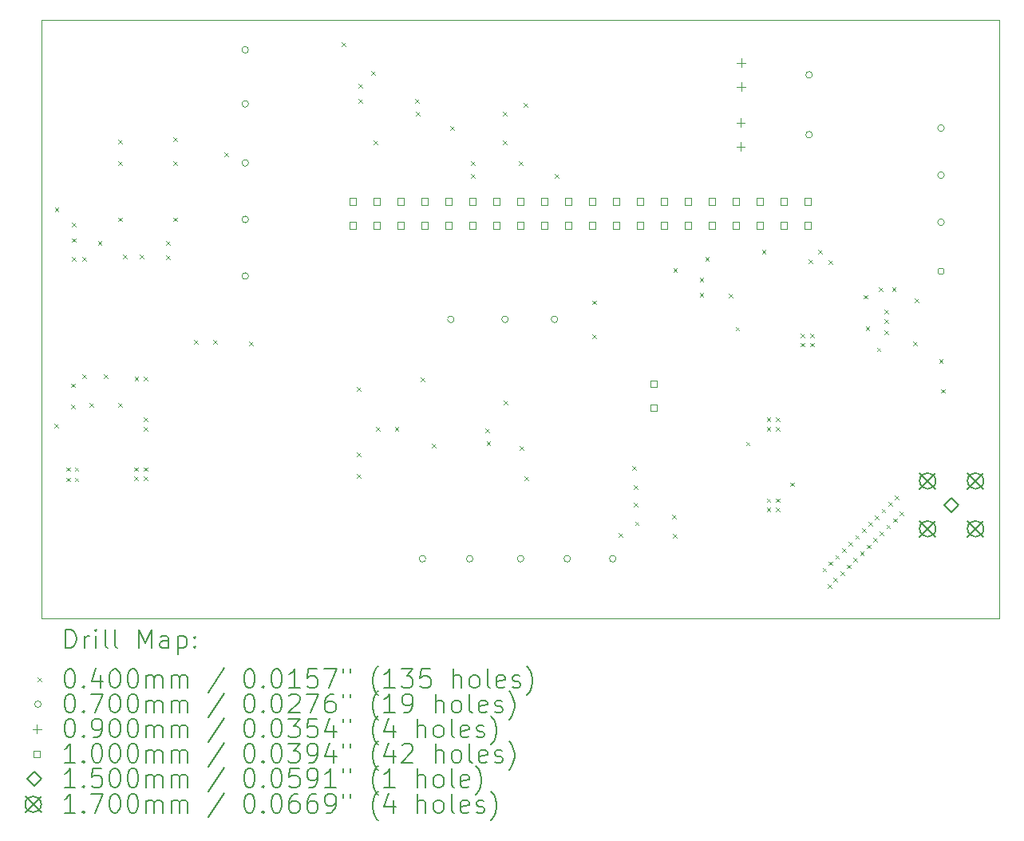
<source format=gbr>
%TF.GenerationSoftware,KiCad,Pcbnew,(6.0.7-1)-1*%
%TF.CreationDate,2023-01-21T15:23:19-06:00*%
%TF.ProjectId,Neutro_v1,4e657574-726f-45f7-9631-2e6b69636164,v1*%
%TF.SameCoordinates,Original*%
%TF.FileFunction,Drillmap*%
%TF.FilePolarity,Positive*%
%FSLAX45Y45*%
G04 Gerber Fmt 4.5, Leading zero omitted, Abs format (unit mm)*
G04 Created by KiCad (PCBNEW (6.0.7-1)-1) date 2023-01-21 15:23:19*
%MOMM*%
%LPD*%
G01*
G04 APERTURE LIST*
%ADD10C,0.100000*%
%ADD11C,0.200000*%
%ADD12C,0.040000*%
%ADD13C,0.070000*%
%ADD14C,0.090000*%
%ADD15C,0.150000*%
%ADD16C,0.170000*%
G04 APERTURE END LIST*
D10*
X10160000Y-6985000D02*
X20320000Y-6985000D01*
X20320000Y-6985000D02*
X20320000Y-13335000D01*
X20320000Y-13335000D02*
X10160000Y-13335000D01*
X10160000Y-13335000D02*
X10160000Y-6985000D01*
D11*
D12*
X10292400Y-11270950D02*
X10332400Y-11310950D01*
X10332400Y-11270950D02*
X10292400Y-11310950D01*
X10300020Y-8971600D02*
X10340020Y-9011600D01*
X10340020Y-8971600D02*
X10300020Y-9011600D01*
X10420000Y-11730000D02*
X10460000Y-11770000D01*
X10460000Y-11730000D02*
X10420000Y-11770000D01*
X10420000Y-11840000D02*
X10460000Y-11880000D01*
X10460000Y-11840000D02*
X10420000Y-11880000D01*
X10470000Y-10840000D02*
X10510000Y-10880000D01*
X10510000Y-10840000D02*
X10470000Y-10880000D01*
X10470200Y-11067100D02*
X10510200Y-11107100D01*
X10510200Y-11067100D02*
X10470200Y-11107100D01*
X10480000Y-9300000D02*
X10520000Y-9340000D01*
X10520000Y-9300000D02*
X10480000Y-9340000D01*
X10480000Y-9500000D02*
X10520000Y-9540000D01*
X10520000Y-9500000D02*
X10480000Y-9540000D01*
X10482900Y-9136700D02*
X10522900Y-9176700D01*
X10522900Y-9136700D02*
X10482900Y-9176700D01*
X10510000Y-11730000D02*
X10550000Y-11770000D01*
X10550000Y-11730000D02*
X10510000Y-11770000D01*
X10510000Y-11840000D02*
X10550000Y-11880000D01*
X10550000Y-11840000D02*
X10510000Y-11880000D01*
X10590000Y-9500000D02*
X10630000Y-9540000D01*
X10630000Y-9500000D02*
X10590000Y-9540000D01*
X10592600Y-10744750D02*
X10632600Y-10784750D01*
X10632600Y-10744750D02*
X10592600Y-10784750D01*
X10668800Y-11049550D02*
X10708800Y-11089550D01*
X10708800Y-11049550D02*
X10668800Y-11089550D01*
X10755000Y-9330000D02*
X10795000Y-9370000D01*
X10795000Y-9330000D02*
X10755000Y-9370000D01*
X10821200Y-10744750D02*
X10861200Y-10784750D01*
X10861200Y-10744750D02*
X10821200Y-10784750D01*
X10973600Y-8255550D02*
X11013600Y-8295550D01*
X11013600Y-8255550D02*
X10973600Y-8295550D01*
X10973600Y-8484150D02*
X11013600Y-8524150D01*
X11013600Y-8484150D02*
X10973600Y-8524150D01*
X10973600Y-9080000D02*
X11013600Y-9120000D01*
X11013600Y-9080000D02*
X10973600Y-9120000D01*
X10973600Y-11049550D02*
X11013600Y-11089550D01*
X11013600Y-11049550D02*
X10973600Y-11089550D01*
X11024400Y-9474750D02*
X11064400Y-9514750D01*
X11064400Y-9474750D02*
X11024400Y-9514750D01*
X11140000Y-11730000D02*
X11180000Y-11770000D01*
X11180000Y-11730000D02*
X11140000Y-11770000D01*
X11140000Y-11830000D02*
X11180000Y-11870000D01*
X11180000Y-11830000D02*
X11140000Y-11870000D01*
X11145000Y-10770000D02*
X11185000Y-10810000D01*
X11185000Y-10770000D02*
X11145000Y-10810000D01*
X11202200Y-9474750D02*
X11242200Y-9514750D01*
X11242200Y-9474750D02*
X11202200Y-9514750D01*
X11240000Y-11200000D02*
X11280000Y-11240000D01*
X11280000Y-11200000D02*
X11240000Y-11240000D01*
X11240000Y-11300000D02*
X11280000Y-11340000D01*
X11280000Y-11300000D02*
X11240000Y-11340000D01*
X11240000Y-11730000D02*
X11280000Y-11770000D01*
X11280000Y-11730000D02*
X11240000Y-11770000D01*
X11240000Y-11830000D02*
X11280000Y-11870000D01*
X11280000Y-11830000D02*
X11240000Y-11870000D01*
X11245000Y-10770000D02*
X11285000Y-10810000D01*
X11285000Y-10770000D02*
X11245000Y-10810000D01*
X11480000Y-9330000D02*
X11520000Y-9370000D01*
X11520000Y-9330000D02*
X11480000Y-9370000D01*
X11480000Y-9480000D02*
X11520000Y-9520000D01*
X11520000Y-9480000D02*
X11480000Y-9520000D01*
X11557800Y-8230150D02*
X11597800Y-8270150D01*
X11597800Y-8230150D02*
X11557800Y-8270150D01*
X11557800Y-8484150D02*
X11597800Y-8524150D01*
X11597800Y-8484150D02*
X11557800Y-8524150D01*
X11557800Y-9080000D02*
X11597800Y-9120000D01*
X11597800Y-9080000D02*
X11557800Y-9120000D01*
X11778300Y-10381300D02*
X11818300Y-10421300D01*
X11818300Y-10381300D02*
X11778300Y-10421300D01*
X11981500Y-10381300D02*
X12021500Y-10421300D01*
X12021500Y-10381300D02*
X11981500Y-10421300D01*
X12095800Y-8387400D02*
X12135800Y-8427400D01*
X12135800Y-8387400D02*
X12095800Y-8427400D01*
X12362500Y-10394000D02*
X12402500Y-10434000D01*
X12402500Y-10394000D02*
X12362500Y-10434000D01*
X13340000Y-7220000D02*
X13380000Y-7260000D01*
X13380000Y-7220000D02*
X13340000Y-7260000D01*
X13505000Y-10880000D02*
X13545000Y-10920000D01*
X13545000Y-10880000D02*
X13505000Y-10920000D01*
X13505500Y-11573500D02*
X13545500Y-11613500D01*
X13545500Y-11573500D02*
X13505500Y-11613500D01*
X13505500Y-11802100D02*
X13545500Y-11842100D01*
X13545500Y-11802100D02*
X13505500Y-11842100D01*
X13520000Y-7660000D02*
X13560000Y-7700000D01*
X13560000Y-7660000D02*
X13520000Y-7700000D01*
X13520000Y-7820000D02*
X13560000Y-7860000D01*
X13560000Y-7820000D02*
X13520000Y-7860000D01*
X13653750Y-7523125D02*
X13693750Y-7563125D01*
X13693750Y-7523125D02*
X13653750Y-7563125D01*
X13680000Y-8260000D02*
X13720000Y-8300000D01*
X13720000Y-8260000D02*
X13680000Y-8300000D01*
X13705000Y-11305000D02*
X13745000Y-11345000D01*
X13745000Y-11305000D02*
X13705000Y-11345000D01*
X13905000Y-11305000D02*
X13945000Y-11345000D01*
X13945000Y-11305000D02*
X13905000Y-11345000D01*
X14120000Y-7820000D02*
X14160000Y-7860000D01*
X14160000Y-7820000D02*
X14120000Y-7860000D01*
X14130000Y-7960000D02*
X14170000Y-8000000D01*
X14170000Y-7960000D02*
X14130000Y-8000000D01*
X14180000Y-10780000D02*
X14220000Y-10820000D01*
X14220000Y-10780000D02*
X14180000Y-10820000D01*
X14300000Y-11480000D02*
X14340000Y-11520000D01*
X14340000Y-11480000D02*
X14300000Y-11520000D01*
X14496100Y-8108000D02*
X14536100Y-8148000D01*
X14536100Y-8108000D02*
X14496100Y-8148000D01*
X14712000Y-8480050D02*
X14752000Y-8520050D01*
X14752000Y-8480050D02*
X14712000Y-8520050D01*
X14712000Y-8616000D02*
X14752000Y-8656000D01*
X14752000Y-8616000D02*
X14712000Y-8656000D01*
X14864400Y-11319500D02*
X14904400Y-11359500D01*
X14904400Y-11319500D02*
X14864400Y-11359500D01*
X14880000Y-11455000D02*
X14920000Y-11495000D01*
X14920000Y-11455000D02*
X14880000Y-11495000D01*
X15053150Y-8260400D02*
X15093150Y-8300400D01*
X15093150Y-8260400D02*
X15053150Y-8300400D01*
X15054900Y-7955600D02*
X15094900Y-7995600D01*
X15094900Y-7955600D02*
X15054900Y-7995600D01*
X15060000Y-11020000D02*
X15100000Y-11060000D01*
X15100000Y-11020000D02*
X15060000Y-11060000D01*
X15220000Y-8480050D02*
X15260000Y-8520050D01*
X15260000Y-8480050D02*
X15220000Y-8520050D01*
X15232700Y-11505000D02*
X15272700Y-11545000D01*
X15272700Y-11505000D02*
X15232700Y-11545000D01*
X15270800Y-7866700D02*
X15310800Y-7906700D01*
X15310800Y-7866700D02*
X15270800Y-7906700D01*
X15280000Y-11830000D02*
X15320000Y-11870000D01*
X15320000Y-11830000D02*
X15280000Y-11870000D01*
X15601000Y-8616000D02*
X15641000Y-8656000D01*
X15641000Y-8616000D02*
X15601000Y-8656000D01*
X16000000Y-9960000D02*
X16040000Y-10000000D01*
X16040000Y-9960000D02*
X16000000Y-10000000D01*
X16000000Y-10320000D02*
X16040000Y-10360000D01*
X16040000Y-10320000D02*
X16000000Y-10360000D01*
X16280000Y-12430000D02*
X16320000Y-12470000D01*
X16320000Y-12430000D02*
X16280000Y-12470000D01*
X16426500Y-11714800D02*
X16466500Y-11754800D01*
X16466500Y-11714800D02*
X16426500Y-11754800D01*
X16439200Y-11918000D02*
X16479200Y-11958000D01*
X16479200Y-11918000D02*
X16439200Y-11958000D01*
X16439200Y-12108500D02*
X16479200Y-12148500D01*
X16479200Y-12108500D02*
X16439200Y-12148500D01*
X16455000Y-12305000D02*
X16495000Y-12345000D01*
X16495000Y-12305000D02*
X16455000Y-12345000D01*
X16845600Y-12235500D02*
X16885600Y-12275500D01*
X16885600Y-12235500D02*
X16845600Y-12275500D01*
X16858300Y-12438700D02*
X16898300Y-12478700D01*
X16898300Y-12438700D02*
X16858300Y-12478700D01*
X16860000Y-9620000D02*
X16900000Y-9660000D01*
X16900000Y-9620000D02*
X16860000Y-9660000D01*
X17140000Y-9720000D02*
X17180000Y-9760000D01*
X17180000Y-9720000D02*
X17140000Y-9760000D01*
X17140000Y-9880000D02*
X17180000Y-9920000D01*
X17180000Y-9880000D02*
X17140000Y-9920000D01*
X17200000Y-9500000D02*
X17240000Y-9540000D01*
X17240000Y-9500000D02*
X17200000Y-9540000D01*
X17447681Y-9887681D02*
X17487681Y-9927681D01*
X17487681Y-9887681D02*
X17447681Y-9927681D01*
X17520000Y-10240000D02*
X17560000Y-10280000D01*
X17560000Y-10240000D02*
X17520000Y-10280000D01*
X17630000Y-11460000D02*
X17670000Y-11500000D01*
X17670000Y-11460000D02*
X17630000Y-11500000D01*
X17800000Y-9420000D02*
X17840000Y-9460000D01*
X17840000Y-9420000D02*
X17800000Y-9460000D01*
X17850000Y-11200000D02*
X17890000Y-11240000D01*
X17890000Y-11200000D02*
X17850000Y-11240000D01*
X17850000Y-11300000D02*
X17890000Y-11340000D01*
X17890000Y-11300000D02*
X17850000Y-11340000D01*
X17850000Y-12060000D02*
X17890000Y-12100000D01*
X17890000Y-12060000D02*
X17850000Y-12100000D01*
X17850000Y-12160000D02*
X17890000Y-12200000D01*
X17890000Y-12160000D02*
X17850000Y-12200000D01*
X17950000Y-11200000D02*
X17990000Y-11240000D01*
X17990000Y-11200000D02*
X17950000Y-11240000D01*
X17950000Y-11300000D02*
X17990000Y-11340000D01*
X17990000Y-11300000D02*
X17950000Y-11340000D01*
X17950000Y-12060000D02*
X17990000Y-12100000D01*
X17990000Y-12060000D02*
X17950000Y-12100000D01*
X17950000Y-12160000D02*
X17990000Y-12200000D01*
X17990000Y-12160000D02*
X17950000Y-12200000D01*
X18100000Y-11890000D02*
X18140000Y-11930000D01*
X18140000Y-11890000D02*
X18100000Y-11930000D01*
X18210000Y-10310000D02*
X18250000Y-10350000D01*
X18250000Y-10310000D02*
X18210000Y-10350000D01*
X18210000Y-10410000D02*
X18250000Y-10450000D01*
X18250000Y-10410000D02*
X18210000Y-10450000D01*
X18294370Y-9525630D02*
X18334370Y-9565630D01*
X18334370Y-9525630D02*
X18294370Y-9565630D01*
X18310000Y-10310000D02*
X18350000Y-10350000D01*
X18350000Y-10310000D02*
X18310000Y-10350000D01*
X18310000Y-10410000D02*
X18350000Y-10450000D01*
X18350000Y-10410000D02*
X18310000Y-10450000D01*
X18400000Y-9420000D02*
X18440000Y-9460000D01*
X18440000Y-9420000D02*
X18400000Y-9460000D01*
X18444300Y-12795700D02*
X18484300Y-12835700D01*
X18484300Y-12795700D02*
X18444300Y-12835700D01*
X18500000Y-12970000D02*
X18540000Y-13010000D01*
X18540000Y-12970000D02*
X18500000Y-13010000D01*
X18506830Y-9533170D02*
X18546830Y-9573170D01*
X18546830Y-9533170D02*
X18506830Y-9573170D01*
X18510000Y-12730000D02*
X18550000Y-12770000D01*
X18550000Y-12730000D02*
X18510000Y-12770000D01*
X18560000Y-12900000D02*
X18600000Y-12940000D01*
X18600000Y-12900000D02*
X18560000Y-12940000D01*
X18580000Y-12660000D02*
X18620000Y-12700000D01*
X18620000Y-12660000D02*
X18580000Y-12700000D01*
X18631750Y-12831750D02*
X18671750Y-12871750D01*
X18671750Y-12831750D02*
X18631750Y-12871750D01*
X18650000Y-12590000D02*
X18690000Y-12630000D01*
X18690000Y-12590000D02*
X18650000Y-12630000D01*
X18701750Y-12761750D02*
X18741750Y-12801750D01*
X18741750Y-12761750D02*
X18701750Y-12801750D01*
X18720000Y-12520000D02*
X18760000Y-12560000D01*
X18760000Y-12520000D02*
X18720000Y-12560000D01*
X18771750Y-12691750D02*
X18811750Y-12731750D01*
X18811750Y-12691750D02*
X18771750Y-12731750D01*
X18790000Y-12450000D02*
X18830000Y-12490000D01*
X18830000Y-12450000D02*
X18790000Y-12490000D01*
X18841750Y-12621750D02*
X18881750Y-12661750D01*
X18881750Y-12621750D02*
X18841750Y-12661750D01*
X18860000Y-12380000D02*
X18900000Y-12420000D01*
X18900000Y-12380000D02*
X18860000Y-12420000D01*
X18880000Y-9900000D02*
X18920000Y-9940000D01*
X18920000Y-9900000D02*
X18880000Y-9940000D01*
X18900000Y-10232450D02*
X18940000Y-10272450D01*
X18940000Y-10232450D02*
X18900000Y-10272450D01*
X18911750Y-12551750D02*
X18951750Y-12591750D01*
X18951750Y-12551750D02*
X18911750Y-12591750D01*
X18930000Y-12310000D02*
X18970000Y-12350000D01*
X18970000Y-12310000D02*
X18930000Y-12350000D01*
X18981750Y-12481750D02*
X19021750Y-12521750D01*
X19021750Y-12481750D02*
X18981750Y-12521750D01*
X19000000Y-12240000D02*
X19040000Y-12280000D01*
X19040000Y-12240000D02*
X19000000Y-12280000D01*
X19020000Y-10460000D02*
X19060000Y-10500000D01*
X19060000Y-10460000D02*
X19020000Y-10500000D01*
X19040000Y-9820000D02*
X19080000Y-9860000D01*
X19080000Y-9820000D02*
X19040000Y-9860000D01*
X19051750Y-12411750D02*
X19091750Y-12451750D01*
X19091750Y-12411750D02*
X19051750Y-12451750D01*
X19070000Y-12170000D02*
X19110000Y-12210000D01*
X19110000Y-12170000D02*
X19070000Y-12210000D01*
X19100000Y-10160000D02*
X19140000Y-10200000D01*
X19140000Y-10160000D02*
X19100000Y-10200000D01*
X19100000Y-10278511D02*
X19140000Y-10318511D01*
X19140000Y-10278511D02*
X19100000Y-10318511D01*
X19101230Y-10058770D02*
X19141230Y-10098770D01*
X19141230Y-10058770D02*
X19101230Y-10098770D01*
X19120000Y-12340000D02*
X19160000Y-12380000D01*
X19160000Y-12340000D02*
X19120000Y-12380000D01*
X19140000Y-12100000D02*
X19180000Y-12140000D01*
X19180000Y-12100000D02*
X19140000Y-12140000D01*
X19180000Y-9820000D02*
X19220000Y-9860000D01*
X19220000Y-9820000D02*
X19180000Y-9860000D01*
X19191750Y-12271750D02*
X19231750Y-12311750D01*
X19231750Y-12271750D02*
X19191750Y-12311750D01*
X19210000Y-12030000D02*
X19250000Y-12070000D01*
X19250000Y-12030000D02*
X19210000Y-12070000D01*
X19260000Y-12200000D02*
X19300000Y-12240000D01*
X19300000Y-12200000D02*
X19260000Y-12240000D01*
X19402115Y-10396018D02*
X19442115Y-10436018D01*
X19442115Y-10396018D02*
X19402115Y-10436018D01*
X19420000Y-9940000D02*
X19460000Y-9980000D01*
X19460000Y-9940000D02*
X19420000Y-9980000D01*
X19680000Y-10580000D02*
X19720000Y-10620000D01*
X19720000Y-10580000D02*
X19680000Y-10620000D01*
X19700000Y-10900000D02*
X19740000Y-10940000D01*
X19740000Y-10900000D02*
X19700000Y-10940000D01*
D13*
X12354000Y-7300000D02*
G75*
G03*
X12354000Y-7300000I-35000J0D01*
G01*
X12354000Y-7874000D02*
G75*
G03*
X12354000Y-7874000I-35000J0D01*
G01*
X12354000Y-8500000D02*
G75*
G03*
X12354000Y-8500000I-35000J0D01*
G01*
X12354000Y-9100000D02*
G75*
G03*
X12354000Y-9100000I-35000J0D01*
G01*
X12354000Y-9700000D02*
G75*
G03*
X12354000Y-9700000I-35000J0D01*
G01*
X14235000Y-12700000D02*
G75*
G03*
X14235000Y-12700000I-35000J0D01*
G01*
X14535000Y-10160000D02*
G75*
G03*
X14535000Y-10160000I-35000J0D01*
G01*
X14735000Y-12700000D02*
G75*
G03*
X14735000Y-12700000I-35000J0D01*
G01*
X15110000Y-10160000D02*
G75*
G03*
X15110000Y-10160000I-35000J0D01*
G01*
X15275000Y-12700000D02*
G75*
G03*
X15275000Y-12700000I-35000J0D01*
G01*
X15635000Y-10160000D02*
G75*
G03*
X15635000Y-10160000I-35000J0D01*
G01*
X15770300Y-12700000D02*
G75*
G03*
X15770300Y-12700000I-35000J0D01*
G01*
X16252900Y-12700000D02*
G75*
G03*
X16252900Y-12700000I-35000J0D01*
G01*
X18335000Y-7565000D02*
G75*
G03*
X18335000Y-7565000I-35000J0D01*
G01*
X18335000Y-8200000D02*
G75*
G03*
X18335000Y-8200000I-35000J0D01*
G01*
X19735000Y-8130000D02*
G75*
G03*
X19735000Y-8130000I-35000J0D01*
G01*
X19735000Y-8630000D02*
G75*
G03*
X19735000Y-8630000I-35000J0D01*
G01*
X19735000Y-9130000D02*
G75*
G03*
X19735000Y-9130000I-35000J0D01*
G01*
X19735000Y-9650000D02*
G75*
G03*
X19735000Y-9650000I-35000J0D01*
G01*
D14*
X17575000Y-8027500D02*
X17575000Y-8117500D01*
X17530000Y-8072500D02*
X17620000Y-8072500D01*
X17575000Y-8281500D02*
X17575000Y-8371500D01*
X17530000Y-8326500D02*
X17620000Y-8326500D01*
X17580000Y-7392500D02*
X17580000Y-7482500D01*
X17535000Y-7437500D02*
X17625000Y-7437500D01*
X17580000Y-7646500D02*
X17580000Y-7736500D01*
X17535000Y-7691500D02*
X17625000Y-7691500D01*
D10*
X13497356Y-8944156D02*
X13497356Y-8873444D01*
X13426644Y-8873444D01*
X13426644Y-8944156D01*
X13497356Y-8944156D01*
X13497356Y-9198156D02*
X13497356Y-9127444D01*
X13426644Y-9127444D01*
X13426644Y-9198156D01*
X13497356Y-9198156D01*
X13751356Y-8944156D02*
X13751356Y-8873444D01*
X13680644Y-8873444D01*
X13680644Y-8944156D01*
X13751356Y-8944156D01*
X13751356Y-9198156D02*
X13751356Y-9127444D01*
X13680644Y-9127444D01*
X13680644Y-9198156D01*
X13751356Y-9198156D01*
X14005356Y-8944156D02*
X14005356Y-8873444D01*
X13934644Y-8873444D01*
X13934644Y-8944156D01*
X14005356Y-8944156D01*
X14005356Y-9198156D02*
X14005356Y-9127444D01*
X13934644Y-9127444D01*
X13934644Y-9198156D01*
X14005356Y-9198156D01*
X14259356Y-8944156D02*
X14259356Y-8873444D01*
X14188644Y-8873444D01*
X14188644Y-8944156D01*
X14259356Y-8944156D01*
X14259356Y-9198156D02*
X14259356Y-9127444D01*
X14188644Y-9127444D01*
X14188644Y-9198156D01*
X14259356Y-9198156D01*
X14513356Y-8944156D02*
X14513356Y-8873444D01*
X14442644Y-8873444D01*
X14442644Y-8944156D01*
X14513356Y-8944156D01*
X14513356Y-9198156D02*
X14513356Y-9127444D01*
X14442644Y-9127444D01*
X14442644Y-9198156D01*
X14513356Y-9198156D01*
X14767356Y-8944156D02*
X14767356Y-8873444D01*
X14696644Y-8873444D01*
X14696644Y-8944156D01*
X14767356Y-8944156D01*
X14767356Y-9198156D02*
X14767356Y-9127444D01*
X14696644Y-9127444D01*
X14696644Y-9198156D01*
X14767356Y-9198156D01*
X15021356Y-8944156D02*
X15021356Y-8873444D01*
X14950644Y-8873444D01*
X14950644Y-8944156D01*
X15021356Y-8944156D01*
X15021356Y-9198156D02*
X15021356Y-9127444D01*
X14950644Y-9127444D01*
X14950644Y-9198156D01*
X15021356Y-9198156D01*
X15275356Y-8944156D02*
X15275356Y-8873444D01*
X15204644Y-8873444D01*
X15204644Y-8944156D01*
X15275356Y-8944156D01*
X15275356Y-9198156D02*
X15275356Y-9127444D01*
X15204644Y-9127444D01*
X15204644Y-9198156D01*
X15275356Y-9198156D01*
X15529356Y-8944156D02*
X15529356Y-8873444D01*
X15458644Y-8873444D01*
X15458644Y-8944156D01*
X15529356Y-8944156D01*
X15529356Y-9198156D02*
X15529356Y-9127444D01*
X15458644Y-9127444D01*
X15458644Y-9198156D01*
X15529356Y-9198156D01*
X15783356Y-8944156D02*
X15783356Y-8873444D01*
X15712644Y-8873444D01*
X15712644Y-8944156D01*
X15783356Y-8944156D01*
X15783356Y-9198156D02*
X15783356Y-9127444D01*
X15712644Y-9127444D01*
X15712644Y-9198156D01*
X15783356Y-9198156D01*
X16037356Y-8944156D02*
X16037356Y-8873444D01*
X15966644Y-8873444D01*
X15966644Y-8944156D01*
X16037356Y-8944156D01*
X16037356Y-9198156D02*
X16037356Y-9127444D01*
X15966644Y-9127444D01*
X15966644Y-9198156D01*
X16037356Y-9198156D01*
X16291356Y-8944156D02*
X16291356Y-8873444D01*
X16220644Y-8873444D01*
X16220644Y-8944156D01*
X16291356Y-8944156D01*
X16291356Y-9198156D02*
X16291356Y-9127444D01*
X16220644Y-9127444D01*
X16220644Y-9198156D01*
X16291356Y-9198156D01*
X16545356Y-8944156D02*
X16545356Y-8873444D01*
X16474644Y-8873444D01*
X16474644Y-8944156D01*
X16545356Y-8944156D01*
X16545356Y-9198156D02*
X16545356Y-9127444D01*
X16474644Y-9127444D01*
X16474644Y-9198156D01*
X16545356Y-9198156D01*
X16685056Y-10881156D02*
X16685056Y-10810444D01*
X16614344Y-10810444D01*
X16614344Y-10881156D01*
X16685056Y-10881156D01*
X16685056Y-11135156D02*
X16685056Y-11064444D01*
X16614344Y-11064444D01*
X16614344Y-11135156D01*
X16685056Y-11135156D01*
X16799356Y-8944156D02*
X16799356Y-8873444D01*
X16728644Y-8873444D01*
X16728644Y-8944156D01*
X16799356Y-8944156D01*
X16799356Y-9198156D02*
X16799356Y-9127444D01*
X16728644Y-9127444D01*
X16728644Y-9198156D01*
X16799356Y-9198156D01*
X17053356Y-8944156D02*
X17053356Y-8873444D01*
X16982644Y-8873444D01*
X16982644Y-8944156D01*
X17053356Y-8944156D01*
X17053356Y-9198156D02*
X17053356Y-9127444D01*
X16982644Y-9127444D01*
X16982644Y-9198156D01*
X17053356Y-9198156D01*
X17307356Y-8944156D02*
X17307356Y-8873444D01*
X17236644Y-8873444D01*
X17236644Y-8944156D01*
X17307356Y-8944156D01*
X17307356Y-9198156D02*
X17307356Y-9127444D01*
X17236644Y-9127444D01*
X17236644Y-9198156D01*
X17307356Y-9198156D01*
X17561356Y-8944156D02*
X17561356Y-8873444D01*
X17490644Y-8873444D01*
X17490644Y-8944156D01*
X17561356Y-8944156D01*
X17561356Y-9198156D02*
X17561356Y-9127444D01*
X17490644Y-9127444D01*
X17490644Y-9198156D01*
X17561356Y-9198156D01*
X17815356Y-8944156D02*
X17815356Y-8873444D01*
X17744644Y-8873444D01*
X17744644Y-8944156D01*
X17815356Y-8944156D01*
X17815356Y-9198156D02*
X17815356Y-9127444D01*
X17744644Y-9127444D01*
X17744644Y-9198156D01*
X17815356Y-9198156D01*
X18069356Y-8944156D02*
X18069356Y-8873444D01*
X17998644Y-8873444D01*
X17998644Y-8944156D01*
X18069356Y-8944156D01*
X18069356Y-9198156D02*
X18069356Y-9127444D01*
X17998644Y-9127444D01*
X17998644Y-9198156D01*
X18069356Y-9198156D01*
X18323356Y-8944156D02*
X18323356Y-8873444D01*
X18252644Y-8873444D01*
X18252644Y-8944156D01*
X18323356Y-8944156D01*
X18323356Y-9198156D02*
X18323356Y-9127444D01*
X18252644Y-9127444D01*
X18252644Y-9198156D01*
X18323356Y-9198156D01*
D15*
X19812000Y-12203500D02*
X19887000Y-12128500D01*
X19812000Y-12053500D01*
X19737000Y-12128500D01*
X19812000Y-12203500D01*
D16*
X19473000Y-11789500D02*
X19643000Y-11959500D01*
X19643000Y-11789500D02*
X19473000Y-11959500D01*
X19643000Y-11874500D02*
G75*
G03*
X19643000Y-11874500I-85000J0D01*
G01*
X19473000Y-12297500D02*
X19643000Y-12467500D01*
X19643000Y-12297500D02*
X19473000Y-12467500D01*
X19643000Y-12382500D02*
G75*
G03*
X19643000Y-12382500I-85000J0D01*
G01*
X19981000Y-11789500D02*
X20151000Y-11959500D01*
X20151000Y-11789500D02*
X19981000Y-11959500D01*
X20151000Y-11874500D02*
G75*
G03*
X20151000Y-11874500I-85000J0D01*
G01*
X19981000Y-12297500D02*
X20151000Y-12467500D01*
X20151000Y-12297500D02*
X19981000Y-12467500D01*
X20151000Y-12382500D02*
G75*
G03*
X20151000Y-12382500I-85000J0D01*
G01*
D11*
X10412619Y-13650476D02*
X10412619Y-13450476D01*
X10460238Y-13450476D01*
X10488810Y-13460000D01*
X10507857Y-13479048D01*
X10517381Y-13498095D01*
X10526905Y-13536190D01*
X10526905Y-13564762D01*
X10517381Y-13602857D01*
X10507857Y-13621905D01*
X10488810Y-13640952D01*
X10460238Y-13650476D01*
X10412619Y-13650476D01*
X10612619Y-13650476D02*
X10612619Y-13517143D01*
X10612619Y-13555238D02*
X10622143Y-13536190D01*
X10631667Y-13526667D01*
X10650714Y-13517143D01*
X10669762Y-13517143D01*
X10736429Y-13650476D02*
X10736429Y-13517143D01*
X10736429Y-13450476D02*
X10726905Y-13460000D01*
X10736429Y-13469524D01*
X10745952Y-13460000D01*
X10736429Y-13450476D01*
X10736429Y-13469524D01*
X10860238Y-13650476D02*
X10841190Y-13640952D01*
X10831667Y-13621905D01*
X10831667Y-13450476D01*
X10965000Y-13650476D02*
X10945952Y-13640952D01*
X10936429Y-13621905D01*
X10936429Y-13450476D01*
X11193571Y-13650476D02*
X11193571Y-13450476D01*
X11260238Y-13593333D01*
X11326905Y-13450476D01*
X11326905Y-13650476D01*
X11507857Y-13650476D02*
X11507857Y-13545714D01*
X11498333Y-13526667D01*
X11479286Y-13517143D01*
X11441190Y-13517143D01*
X11422143Y-13526667D01*
X11507857Y-13640952D02*
X11488809Y-13650476D01*
X11441190Y-13650476D01*
X11422143Y-13640952D01*
X11412619Y-13621905D01*
X11412619Y-13602857D01*
X11422143Y-13583809D01*
X11441190Y-13574286D01*
X11488809Y-13574286D01*
X11507857Y-13564762D01*
X11603095Y-13517143D02*
X11603095Y-13717143D01*
X11603095Y-13526667D02*
X11622143Y-13517143D01*
X11660238Y-13517143D01*
X11679286Y-13526667D01*
X11688809Y-13536190D01*
X11698333Y-13555238D01*
X11698333Y-13612381D01*
X11688809Y-13631428D01*
X11679286Y-13640952D01*
X11660238Y-13650476D01*
X11622143Y-13650476D01*
X11603095Y-13640952D01*
X11784048Y-13631428D02*
X11793571Y-13640952D01*
X11784048Y-13650476D01*
X11774524Y-13640952D01*
X11784048Y-13631428D01*
X11784048Y-13650476D01*
X11784048Y-13526667D02*
X11793571Y-13536190D01*
X11784048Y-13545714D01*
X11774524Y-13536190D01*
X11784048Y-13526667D01*
X11784048Y-13545714D01*
D12*
X10115000Y-13960000D02*
X10155000Y-14000000D01*
X10155000Y-13960000D02*
X10115000Y-14000000D01*
D11*
X10450714Y-13870476D02*
X10469762Y-13870476D01*
X10488810Y-13880000D01*
X10498333Y-13889524D01*
X10507857Y-13908571D01*
X10517381Y-13946667D01*
X10517381Y-13994286D01*
X10507857Y-14032381D01*
X10498333Y-14051428D01*
X10488810Y-14060952D01*
X10469762Y-14070476D01*
X10450714Y-14070476D01*
X10431667Y-14060952D01*
X10422143Y-14051428D01*
X10412619Y-14032381D01*
X10403095Y-13994286D01*
X10403095Y-13946667D01*
X10412619Y-13908571D01*
X10422143Y-13889524D01*
X10431667Y-13880000D01*
X10450714Y-13870476D01*
X10603095Y-14051428D02*
X10612619Y-14060952D01*
X10603095Y-14070476D01*
X10593571Y-14060952D01*
X10603095Y-14051428D01*
X10603095Y-14070476D01*
X10784048Y-13937143D02*
X10784048Y-14070476D01*
X10736429Y-13860952D02*
X10688810Y-14003809D01*
X10812619Y-14003809D01*
X10926905Y-13870476D02*
X10945952Y-13870476D01*
X10965000Y-13880000D01*
X10974524Y-13889524D01*
X10984048Y-13908571D01*
X10993571Y-13946667D01*
X10993571Y-13994286D01*
X10984048Y-14032381D01*
X10974524Y-14051428D01*
X10965000Y-14060952D01*
X10945952Y-14070476D01*
X10926905Y-14070476D01*
X10907857Y-14060952D01*
X10898333Y-14051428D01*
X10888810Y-14032381D01*
X10879286Y-13994286D01*
X10879286Y-13946667D01*
X10888810Y-13908571D01*
X10898333Y-13889524D01*
X10907857Y-13880000D01*
X10926905Y-13870476D01*
X11117381Y-13870476D02*
X11136429Y-13870476D01*
X11155476Y-13880000D01*
X11165000Y-13889524D01*
X11174524Y-13908571D01*
X11184048Y-13946667D01*
X11184048Y-13994286D01*
X11174524Y-14032381D01*
X11165000Y-14051428D01*
X11155476Y-14060952D01*
X11136429Y-14070476D01*
X11117381Y-14070476D01*
X11098333Y-14060952D01*
X11088810Y-14051428D01*
X11079286Y-14032381D01*
X11069762Y-13994286D01*
X11069762Y-13946667D01*
X11079286Y-13908571D01*
X11088810Y-13889524D01*
X11098333Y-13880000D01*
X11117381Y-13870476D01*
X11269762Y-14070476D02*
X11269762Y-13937143D01*
X11269762Y-13956190D02*
X11279286Y-13946667D01*
X11298333Y-13937143D01*
X11326905Y-13937143D01*
X11345952Y-13946667D01*
X11355476Y-13965714D01*
X11355476Y-14070476D01*
X11355476Y-13965714D02*
X11365000Y-13946667D01*
X11384048Y-13937143D01*
X11412619Y-13937143D01*
X11431667Y-13946667D01*
X11441190Y-13965714D01*
X11441190Y-14070476D01*
X11536428Y-14070476D02*
X11536428Y-13937143D01*
X11536428Y-13956190D02*
X11545952Y-13946667D01*
X11565000Y-13937143D01*
X11593571Y-13937143D01*
X11612619Y-13946667D01*
X11622143Y-13965714D01*
X11622143Y-14070476D01*
X11622143Y-13965714D02*
X11631667Y-13946667D01*
X11650714Y-13937143D01*
X11679286Y-13937143D01*
X11698333Y-13946667D01*
X11707857Y-13965714D01*
X11707857Y-14070476D01*
X12098333Y-13860952D02*
X11926905Y-14118095D01*
X12355476Y-13870476D02*
X12374524Y-13870476D01*
X12393571Y-13880000D01*
X12403095Y-13889524D01*
X12412619Y-13908571D01*
X12422143Y-13946667D01*
X12422143Y-13994286D01*
X12412619Y-14032381D01*
X12403095Y-14051428D01*
X12393571Y-14060952D01*
X12374524Y-14070476D01*
X12355476Y-14070476D01*
X12336428Y-14060952D01*
X12326905Y-14051428D01*
X12317381Y-14032381D01*
X12307857Y-13994286D01*
X12307857Y-13946667D01*
X12317381Y-13908571D01*
X12326905Y-13889524D01*
X12336428Y-13880000D01*
X12355476Y-13870476D01*
X12507857Y-14051428D02*
X12517381Y-14060952D01*
X12507857Y-14070476D01*
X12498333Y-14060952D01*
X12507857Y-14051428D01*
X12507857Y-14070476D01*
X12641190Y-13870476D02*
X12660238Y-13870476D01*
X12679286Y-13880000D01*
X12688809Y-13889524D01*
X12698333Y-13908571D01*
X12707857Y-13946667D01*
X12707857Y-13994286D01*
X12698333Y-14032381D01*
X12688809Y-14051428D01*
X12679286Y-14060952D01*
X12660238Y-14070476D01*
X12641190Y-14070476D01*
X12622143Y-14060952D01*
X12612619Y-14051428D01*
X12603095Y-14032381D01*
X12593571Y-13994286D01*
X12593571Y-13946667D01*
X12603095Y-13908571D01*
X12612619Y-13889524D01*
X12622143Y-13880000D01*
X12641190Y-13870476D01*
X12898333Y-14070476D02*
X12784048Y-14070476D01*
X12841190Y-14070476D02*
X12841190Y-13870476D01*
X12822143Y-13899048D01*
X12803095Y-13918095D01*
X12784048Y-13927619D01*
X13079286Y-13870476D02*
X12984048Y-13870476D01*
X12974524Y-13965714D01*
X12984048Y-13956190D01*
X13003095Y-13946667D01*
X13050714Y-13946667D01*
X13069762Y-13956190D01*
X13079286Y-13965714D01*
X13088809Y-13984762D01*
X13088809Y-14032381D01*
X13079286Y-14051428D01*
X13069762Y-14060952D01*
X13050714Y-14070476D01*
X13003095Y-14070476D01*
X12984048Y-14060952D01*
X12974524Y-14051428D01*
X13155476Y-13870476D02*
X13288809Y-13870476D01*
X13203095Y-14070476D01*
X13355476Y-13870476D02*
X13355476Y-13908571D01*
X13431667Y-13870476D02*
X13431667Y-13908571D01*
X13726905Y-14146667D02*
X13717381Y-14137143D01*
X13698333Y-14108571D01*
X13688809Y-14089524D01*
X13679286Y-14060952D01*
X13669762Y-14013333D01*
X13669762Y-13975238D01*
X13679286Y-13927619D01*
X13688809Y-13899048D01*
X13698333Y-13880000D01*
X13717381Y-13851428D01*
X13726905Y-13841905D01*
X13907857Y-14070476D02*
X13793571Y-14070476D01*
X13850714Y-14070476D02*
X13850714Y-13870476D01*
X13831667Y-13899048D01*
X13812619Y-13918095D01*
X13793571Y-13927619D01*
X13974524Y-13870476D02*
X14098333Y-13870476D01*
X14031667Y-13946667D01*
X14060238Y-13946667D01*
X14079286Y-13956190D01*
X14088809Y-13965714D01*
X14098333Y-13984762D01*
X14098333Y-14032381D01*
X14088809Y-14051428D01*
X14079286Y-14060952D01*
X14060238Y-14070476D01*
X14003095Y-14070476D01*
X13984048Y-14060952D01*
X13974524Y-14051428D01*
X14279286Y-13870476D02*
X14184048Y-13870476D01*
X14174524Y-13965714D01*
X14184048Y-13956190D01*
X14203095Y-13946667D01*
X14250714Y-13946667D01*
X14269762Y-13956190D01*
X14279286Y-13965714D01*
X14288809Y-13984762D01*
X14288809Y-14032381D01*
X14279286Y-14051428D01*
X14269762Y-14060952D01*
X14250714Y-14070476D01*
X14203095Y-14070476D01*
X14184048Y-14060952D01*
X14174524Y-14051428D01*
X14526905Y-14070476D02*
X14526905Y-13870476D01*
X14612619Y-14070476D02*
X14612619Y-13965714D01*
X14603095Y-13946667D01*
X14584048Y-13937143D01*
X14555476Y-13937143D01*
X14536428Y-13946667D01*
X14526905Y-13956190D01*
X14736428Y-14070476D02*
X14717381Y-14060952D01*
X14707857Y-14051428D01*
X14698333Y-14032381D01*
X14698333Y-13975238D01*
X14707857Y-13956190D01*
X14717381Y-13946667D01*
X14736428Y-13937143D01*
X14765000Y-13937143D01*
X14784048Y-13946667D01*
X14793571Y-13956190D01*
X14803095Y-13975238D01*
X14803095Y-14032381D01*
X14793571Y-14051428D01*
X14784048Y-14060952D01*
X14765000Y-14070476D01*
X14736428Y-14070476D01*
X14917381Y-14070476D02*
X14898333Y-14060952D01*
X14888809Y-14041905D01*
X14888809Y-13870476D01*
X15069762Y-14060952D02*
X15050714Y-14070476D01*
X15012619Y-14070476D01*
X14993571Y-14060952D01*
X14984048Y-14041905D01*
X14984048Y-13965714D01*
X14993571Y-13946667D01*
X15012619Y-13937143D01*
X15050714Y-13937143D01*
X15069762Y-13946667D01*
X15079286Y-13965714D01*
X15079286Y-13984762D01*
X14984048Y-14003809D01*
X15155476Y-14060952D02*
X15174524Y-14070476D01*
X15212619Y-14070476D01*
X15231667Y-14060952D01*
X15241190Y-14041905D01*
X15241190Y-14032381D01*
X15231667Y-14013333D01*
X15212619Y-14003809D01*
X15184048Y-14003809D01*
X15165000Y-13994286D01*
X15155476Y-13975238D01*
X15155476Y-13965714D01*
X15165000Y-13946667D01*
X15184048Y-13937143D01*
X15212619Y-13937143D01*
X15231667Y-13946667D01*
X15307857Y-14146667D02*
X15317381Y-14137143D01*
X15336428Y-14108571D01*
X15345952Y-14089524D01*
X15355476Y-14060952D01*
X15365000Y-14013333D01*
X15365000Y-13975238D01*
X15355476Y-13927619D01*
X15345952Y-13899048D01*
X15336428Y-13880000D01*
X15317381Y-13851428D01*
X15307857Y-13841905D01*
D13*
X10155000Y-14244000D02*
G75*
G03*
X10155000Y-14244000I-35000J0D01*
G01*
D11*
X10450714Y-14134476D02*
X10469762Y-14134476D01*
X10488810Y-14144000D01*
X10498333Y-14153524D01*
X10507857Y-14172571D01*
X10517381Y-14210667D01*
X10517381Y-14258286D01*
X10507857Y-14296381D01*
X10498333Y-14315428D01*
X10488810Y-14324952D01*
X10469762Y-14334476D01*
X10450714Y-14334476D01*
X10431667Y-14324952D01*
X10422143Y-14315428D01*
X10412619Y-14296381D01*
X10403095Y-14258286D01*
X10403095Y-14210667D01*
X10412619Y-14172571D01*
X10422143Y-14153524D01*
X10431667Y-14144000D01*
X10450714Y-14134476D01*
X10603095Y-14315428D02*
X10612619Y-14324952D01*
X10603095Y-14334476D01*
X10593571Y-14324952D01*
X10603095Y-14315428D01*
X10603095Y-14334476D01*
X10679286Y-14134476D02*
X10812619Y-14134476D01*
X10726905Y-14334476D01*
X10926905Y-14134476D02*
X10945952Y-14134476D01*
X10965000Y-14144000D01*
X10974524Y-14153524D01*
X10984048Y-14172571D01*
X10993571Y-14210667D01*
X10993571Y-14258286D01*
X10984048Y-14296381D01*
X10974524Y-14315428D01*
X10965000Y-14324952D01*
X10945952Y-14334476D01*
X10926905Y-14334476D01*
X10907857Y-14324952D01*
X10898333Y-14315428D01*
X10888810Y-14296381D01*
X10879286Y-14258286D01*
X10879286Y-14210667D01*
X10888810Y-14172571D01*
X10898333Y-14153524D01*
X10907857Y-14144000D01*
X10926905Y-14134476D01*
X11117381Y-14134476D02*
X11136429Y-14134476D01*
X11155476Y-14144000D01*
X11165000Y-14153524D01*
X11174524Y-14172571D01*
X11184048Y-14210667D01*
X11184048Y-14258286D01*
X11174524Y-14296381D01*
X11165000Y-14315428D01*
X11155476Y-14324952D01*
X11136429Y-14334476D01*
X11117381Y-14334476D01*
X11098333Y-14324952D01*
X11088810Y-14315428D01*
X11079286Y-14296381D01*
X11069762Y-14258286D01*
X11069762Y-14210667D01*
X11079286Y-14172571D01*
X11088810Y-14153524D01*
X11098333Y-14144000D01*
X11117381Y-14134476D01*
X11269762Y-14334476D02*
X11269762Y-14201143D01*
X11269762Y-14220190D02*
X11279286Y-14210667D01*
X11298333Y-14201143D01*
X11326905Y-14201143D01*
X11345952Y-14210667D01*
X11355476Y-14229714D01*
X11355476Y-14334476D01*
X11355476Y-14229714D02*
X11365000Y-14210667D01*
X11384048Y-14201143D01*
X11412619Y-14201143D01*
X11431667Y-14210667D01*
X11441190Y-14229714D01*
X11441190Y-14334476D01*
X11536428Y-14334476D02*
X11536428Y-14201143D01*
X11536428Y-14220190D02*
X11545952Y-14210667D01*
X11565000Y-14201143D01*
X11593571Y-14201143D01*
X11612619Y-14210667D01*
X11622143Y-14229714D01*
X11622143Y-14334476D01*
X11622143Y-14229714D02*
X11631667Y-14210667D01*
X11650714Y-14201143D01*
X11679286Y-14201143D01*
X11698333Y-14210667D01*
X11707857Y-14229714D01*
X11707857Y-14334476D01*
X12098333Y-14124952D02*
X11926905Y-14382095D01*
X12355476Y-14134476D02*
X12374524Y-14134476D01*
X12393571Y-14144000D01*
X12403095Y-14153524D01*
X12412619Y-14172571D01*
X12422143Y-14210667D01*
X12422143Y-14258286D01*
X12412619Y-14296381D01*
X12403095Y-14315428D01*
X12393571Y-14324952D01*
X12374524Y-14334476D01*
X12355476Y-14334476D01*
X12336428Y-14324952D01*
X12326905Y-14315428D01*
X12317381Y-14296381D01*
X12307857Y-14258286D01*
X12307857Y-14210667D01*
X12317381Y-14172571D01*
X12326905Y-14153524D01*
X12336428Y-14144000D01*
X12355476Y-14134476D01*
X12507857Y-14315428D02*
X12517381Y-14324952D01*
X12507857Y-14334476D01*
X12498333Y-14324952D01*
X12507857Y-14315428D01*
X12507857Y-14334476D01*
X12641190Y-14134476D02*
X12660238Y-14134476D01*
X12679286Y-14144000D01*
X12688809Y-14153524D01*
X12698333Y-14172571D01*
X12707857Y-14210667D01*
X12707857Y-14258286D01*
X12698333Y-14296381D01*
X12688809Y-14315428D01*
X12679286Y-14324952D01*
X12660238Y-14334476D01*
X12641190Y-14334476D01*
X12622143Y-14324952D01*
X12612619Y-14315428D01*
X12603095Y-14296381D01*
X12593571Y-14258286D01*
X12593571Y-14210667D01*
X12603095Y-14172571D01*
X12612619Y-14153524D01*
X12622143Y-14144000D01*
X12641190Y-14134476D01*
X12784048Y-14153524D02*
X12793571Y-14144000D01*
X12812619Y-14134476D01*
X12860238Y-14134476D01*
X12879286Y-14144000D01*
X12888809Y-14153524D01*
X12898333Y-14172571D01*
X12898333Y-14191619D01*
X12888809Y-14220190D01*
X12774524Y-14334476D01*
X12898333Y-14334476D01*
X12965000Y-14134476D02*
X13098333Y-14134476D01*
X13012619Y-14334476D01*
X13260238Y-14134476D02*
X13222143Y-14134476D01*
X13203095Y-14144000D01*
X13193571Y-14153524D01*
X13174524Y-14182095D01*
X13165000Y-14220190D01*
X13165000Y-14296381D01*
X13174524Y-14315428D01*
X13184048Y-14324952D01*
X13203095Y-14334476D01*
X13241190Y-14334476D01*
X13260238Y-14324952D01*
X13269762Y-14315428D01*
X13279286Y-14296381D01*
X13279286Y-14248762D01*
X13269762Y-14229714D01*
X13260238Y-14220190D01*
X13241190Y-14210667D01*
X13203095Y-14210667D01*
X13184048Y-14220190D01*
X13174524Y-14229714D01*
X13165000Y-14248762D01*
X13355476Y-14134476D02*
X13355476Y-14172571D01*
X13431667Y-14134476D02*
X13431667Y-14172571D01*
X13726905Y-14410667D02*
X13717381Y-14401143D01*
X13698333Y-14372571D01*
X13688809Y-14353524D01*
X13679286Y-14324952D01*
X13669762Y-14277333D01*
X13669762Y-14239238D01*
X13679286Y-14191619D01*
X13688809Y-14163048D01*
X13698333Y-14144000D01*
X13717381Y-14115428D01*
X13726905Y-14105905D01*
X13907857Y-14334476D02*
X13793571Y-14334476D01*
X13850714Y-14334476D02*
X13850714Y-14134476D01*
X13831667Y-14163048D01*
X13812619Y-14182095D01*
X13793571Y-14191619D01*
X14003095Y-14334476D02*
X14041190Y-14334476D01*
X14060238Y-14324952D01*
X14069762Y-14315428D01*
X14088809Y-14286857D01*
X14098333Y-14248762D01*
X14098333Y-14172571D01*
X14088809Y-14153524D01*
X14079286Y-14144000D01*
X14060238Y-14134476D01*
X14022143Y-14134476D01*
X14003095Y-14144000D01*
X13993571Y-14153524D01*
X13984048Y-14172571D01*
X13984048Y-14220190D01*
X13993571Y-14239238D01*
X14003095Y-14248762D01*
X14022143Y-14258286D01*
X14060238Y-14258286D01*
X14079286Y-14248762D01*
X14088809Y-14239238D01*
X14098333Y-14220190D01*
X14336428Y-14334476D02*
X14336428Y-14134476D01*
X14422143Y-14334476D02*
X14422143Y-14229714D01*
X14412619Y-14210667D01*
X14393571Y-14201143D01*
X14365000Y-14201143D01*
X14345952Y-14210667D01*
X14336428Y-14220190D01*
X14545952Y-14334476D02*
X14526905Y-14324952D01*
X14517381Y-14315428D01*
X14507857Y-14296381D01*
X14507857Y-14239238D01*
X14517381Y-14220190D01*
X14526905Y-14210667D01*
X14545952Y-14201143D01*
X14574524Y-14201143D01*
X14593571Y-14210667D01*
X14603095Y-14220190D01*
X14612619Y-14239238D01*
X14612619Y-14296381D01*
X14603095Y-14315428D01*
X14593571Y-14324952D01*
X14574524Y-14334476D01*
X14545952Y-14334476D01*
X14726905Y-14334476D02*
X14707857Y-14324952D01*
X14698333Y-14305905D01*
X14698333Y-14134476D01*
X14879286Y-14324952D02*
X14860238Y-14334476D01*
X14822143Y-14334476D01*
X14803095Y-14324952D01*
X14793571Y-14305905D01*
X14793571Y-14229714D01*
X14803095Y-14210667D01*
X14822143Y-14201143D01*
X14860238Y-14201143D01*
X14879286Y-14210667D01*
X14888809Y-14229714D01*
X14888809Y-14248762D01*
X14793571Y-14267809D01*
X14965000Y-14324952D02*
X14984048Y-14334476D01*
X15022143Y-14334476D01*
X15041190Y-14324952D01*
X15050714Y-14305905D01*
X15050714Y-14296381D01*
X15041190Y-14277333D01*
X15022143Y-14267809D01*
X14993571Y-14267809D01*
X14974524Y-14258286D01*
X14965000Y-14239238D01*
X14965000Y-14229714D01*
X14974524Y-14210667D01*
X14993571Y-14201143D01*
X15022143Y-14201143D01*
X15041190Y-14210667D01*
X15117381Y-14410667D02*
X15126905Y-14401143D01*
X15145952Y-14372571D01*
X15155476Y-14353524D01*
X15165000Y-14324952D01*
X15174524Y-14277333D01*
X15174524Y-14239238D01*
X15165000Y-14191619D01*
X15155476Y-14163048D01*
X15145952Y-14144000D01*
X15126905Y-14115428D01*
X15117381Y-14105905D01*
D14*
X10110000Y-14463000D02*
X10110000Y-14553000D01*
X10065000Y-14508000D02*
X10155000Y-14508000D01*
D11*
X10450714Y-14398476D02*
X10469762Y-14398476D01*
X10488810Y-14408000D01*
X10498333Y-14417524D01*
X10507857Y-14436571D01*
X10517381Y-14474667D01*
X10517381Y-14522286D01*
X10507857Y-14560381D01*
X10498333Y-14579428D01*
X10488810Y-14588952D01*
X10469762Y-14598476D01*
X10450714Y-14598476D01*
X10431667Y-14588952D01*
X10422143Y-14579428D01*
X10412619Y-14560381D01*
X10403095Y-14522286D01*
X10403095Y-14474667D01*
X10412619Y-14436571D01*
X10422143Y-14417524D01*
X10431667Y-14408000D01*
X10450714Y-14398476D01*
X10603095Y-14579428D02*
X10612619Y-14588952D01*
X10603095Y-14598476D01*
X10593571Y-14588952D01*
X10603095Y-14579428D01*
X10603095Y-14598476D01*
X10707857Y-14598476D02*
X10745952Y-14598476D01*
X10765000Y-14588952D01*
X10774524Y-14579428D01*
X10793571Y-14550857D01*
X10803095Y-14512762D01*
X10803095Y-14436571D01*
X10793571Y-14417524D01*
X10784048Y-14408000D01*
X10765000Y-14398476D01*
X10726905Y-14398476D01*
X10707857Y-14408000D01*
X10698333Y-14417524D01*
X10688810Y-14436571D01*
X10688810Y-14484190D01*
X10698333Y-14503238D01*
X10707857Y-14512762D01*
X10726905Y-14522286D01*
X10765000Y-14522286D01*
X10784048Y-14512762D01*
X10793571Y-14503238D01*
X10803095Y-14484190D01*
X10926905Y-14398476D02*
X10945952Y-14398476D01*
X10965000Y-14408000D01*
X10974524Y-14417524D01*
X10984048Y-14436571D01*
X10993571Y-14474667D01*
X10993571Y-14522286D01*
X10984048Y-14560381D01*
X10974524Y-14579428D01*
X10965000Y-14588952D01*
X10945952Y-14598476D01*
X10926905Y-14598476D01*
X10907857Y-14588952D01*
X10898333Y-14579428D01*
X10888810Y-14560381D01*
X10879286Y-14522286D01*
X10879286Y-14474667D01*
X10888810Y-14436571D01*
X10898333Y-14417524D01*
X10907857Y-14408000D01*
X10926905Y-14398476D01*
X11117381Y-14398476D02*
X11136429Y-14398476D01*
X11155476Y-14408000D01*
X11165000Y-14417524D01*
X11174524Y-14436571D01*
X11184048Y-14474667D01*
X11184048Y-14522286D01*
X11174524Y-14560381D01*
X11165000Y-14579428D01*
X11155476Y-14588952D01*
X11136429Y-14598476D01*
X11117381Y-14598476D01*
X11098333Y-14588952D01*
X11088810Y-14579428D01*
X11079286Y-14560381D01*
X11069762Y-14522286D01*
X11069762Y-14474667D01*
X11079286Y-14436571D01*
X11088810Y-14417524D01*
X11098333Y-14408000D01*
X11117381Y-14398476D01*
X11269762Y-14598476D02*
X11269762Y-14465143D01*
X11269762Y-14484190D02*
X11279286Y-14474667D01*
X11298333Y-14465143D01*
X11326905Y-14465143D01*
X11345952Y-14474667D01*
X11355476Y-14493714D01*
X11355476Y-14598476D01*
X11355476Y-14493714D02*
X11365000Y-14474667D01*
X11384048Y-14465143D01*
X11412619Y-14465143D01*
X11431667Y-14474667D01*
X11441190Y-14493714D01*
X11441190Y-14598476D01*
X11536428Y-14598476D02*
X11536428Y-14465143D01*
X11536428Y-14484190D02*
X11545952Y-14474667D01*
X11565000Y-14465143D01*
X11593571Y-14465143D01*
X11612619Y-14474667D01*
X11622143Y-14493714D01*
X11622143Y-14598476D01*
X11622143Y-14493714D02*
X11631667Y-14474667D01*
X11650714Y-14465143D01*
X11679286Y-14465143D01*
X11698333Y-14474667D01*
X11707857Y-14493714D01*
X11707857Y-14598476D01*
X12098333Y-14388952D02*
X11926905Y-14646095D01*
X12355476Y-14398476D02*
X12374524Y-14398476D01*
X12393571Y-14408000D01*
X12403095Y-14417524D01*
X12412619Y-14436571D01*
X12422143Y-14474667D01*
X12422143Y-14522286D01*
X12412619Y-14560381D01*
X12403095Y-14579428D01*
X12393571Y-14588952D01*
X12374524Y-14598476D01*
X12355476Y-14598476D01*
X12336428Y-14588952D01*
X12326905Y-14579428D01*
X12317381Y-14560381D01*
X12307857Y-14522286D01*
X12307857Y-14474667D01*
X12317381Y-14436571D01*
X12326905Y-14417524D01*
X12336428Y-14408000D01*
X12355476Y-14398476D01*
X12507857Y-14579428D02*
X12517381Y-14588952D01*
X12507857Y-14598476D01*
X12498333Y-14588952D01*
X12507857Y-14579428D01*
X12507857Y-14598476D01*
X12641190Y-14398476D02*
X12660238Y-14398476D01*
X12679286Y-14408000D01*
X12688809Y-14417524D01*
X12698333Y-14436571D01*
X12707857Y-14474667D01*
X12707857Y-14522286D01*
X12698333Y-14560381D01*
X12688809Y-14579428D01*
X12679286Y-14588952D01*
X12660238Y-14598476D01*
X12641190Y-14598476D01*
X12622143Y-14588952D01*
X12612619Y-14579428D01*
X12603095Y-14560381D01*
X12593571Y-14522286D01*
X12593571Y-14474667D01*
X12603095Y-14436571D01*
X12612619Y-14417524D01*
X12622143Y-14408000D01*
X12641190Y-14398476D01*
X12774524Y-14398476D02*
X12898333Y-14398476D01*
X12831667Y-14474667D01*
X12860238Y-14474667D01*
X12879286Y-14484190D01*
X12888809Y-14493714D01*
X12898333Y-14512762D01*
X12898333Y-14560381D01*
X12888809Y-14579428D01*
X12879286Y-14588952D01*
X12860238Y-14598476D01*
X12803095Y-14598476D01*
X12784048Y-14588952D01*
X12774524Y-14579428D01*
X13079286Y-14398476D02*
X12984048Y-14398476D01*
X12974524Y-14493714D01*
X12984048Y-14484190D01*
X13003095Y-14474667D01*
X13050714Y-14474667D01*
X13069762Y-14484190D01*
X13079286Y-14493714D01*
X13088809Y-14512762D01*
X13088809Y-14560381D01*
X13079286Y-14579428D01*
X13069762Y-14588952D01*
X13050714Y-14598476D01*
X13003095Y-14598476D01*
X12984048Y-14588952D01*
X12974524Y-14579428D01*
X13260238Y-14465143D02*
X13260238Y-14598476D01*
X13212619Y-14388952D02*
X13165000Y-14531809D01*
X13288809Y-14531809D01*
X13355476Y-14398476D02*
X13355476Y-14436571D01*
X13431667Y-14398476D02*
X13431667Y-14436571D01*
X13726905Y-14674667D02*
X13717381Y-14665143D01*
X13698333Y-14636571D01*
X13688809Y-14617524D01*
X13679286Y-14588952D01*
X13669762Y-14541333D01*
X13669762Y-14503238D01*
X13679286Y-14455619D01*
X13688809Y-14427048D01*
X13698333Y-14408000D01*
X13717381Y-14379428D01*
X13726905Y-14369905D01*
X13888809Y-14465143D02*
X13888809Y-14598476D01*
X13841190Y-14388952D02*
X13793571Y-14531809D01*
X13917381Y-14531809D01*
X14145952Y-14598476D02*
X14145952Y-14398476D01*
X14231667Y-14598476D02*
X14231667Y-14493714D01*
X14222143Y-14474667D01*
X14203095Y-14465143D01*
X14174524Y-14465143D01*
X14155476Y-14474667D01*
X14145952Y-14484190D01*
X14355476Y-14598476D02*
X14336428Y-14588952D01*
X14326905Y-14579428D01*
X14317381Y-14560381D01*
X14317381Y-14503238D01*
X14326905Y-14484190D01*
X14336428Y-14474667D01*
X14355476Y-14465143D01*
X14384048Y-14465143D01*
X14403095Y-14474667D01*
X14412619Y-14484190D01*
X14422143Y-14503238D01*
X14422143Y-14560381D01*
X14412619Y-14579428D01*
X14403095Y-14588952D01*
X14384048Y-14598476D01*
X14355476Y-14598476D01*
X14536428Y-14598476D02*
X14517381Y-14588952D01*
X14507857Y-14569905D01*
X14507857Y-14398476D01*
X14688809Y-14588952D02*
X14669762Y-14598476D01*
X14631667Y-14598476D01*
X14612619Y-14588952D01*
X14603095Y-14569905D01*
X14603095Y-14493714D01*
X14612619Y-14474667D01*
X14631667Y-14465143D01*
X14669762Y-14465143D01*
X14688809Y-14474667D01*
X14698333Y-14493714D01*
X14698333Y-14512762D01*
X14603095Y-14531809D01*
X14774524Y-14588952D02*
X14793571Y-14598476D01*
X14831667Y-14598476D01*
X14850714Y-14588952D01*
X14860238Y-14569905D01*
X14860238Y-14560381D01*
X14850714Y-14541333D01*
X14831667Y-14531809D01*
X14803095Y-14531809D01*
X14784048Y-14522286D01*
X14774524Y-14503238D01*
X14774524Y-14493714D01*
X14784048Y-14474667D01*
X14803095Y-14465143D01*
X14831667Y-14465143D01*
X14850714Y-14474667D01*
X14926905Y-14674667D02*
X14936428Y-14665143D01*
X14955476Y-14636571D01*
X14965000Y-14617524D01*
X14974524Y-14588952D01*
X14984048Y-14541333D01*
X14984048Y-14503238D01*
X14974524Y-14455619D01*
X14965000Y-14427048D01*
X14955476Y-14408000D01*
X14936428Y-14379428D01*
X14926905Y-14369905D01*
D10*
X10140356Y-14807356D02*
X10140356Y-14736644D01*
X10069644Y-14736644D01*
X10069644Y-14807356D01*
X10140356Y-14807356D01*
D11*
X10517381Y-14862476D02*
X10403095Y-14862476D01*
X10460238Y-14862476D02*
X10460238Y-14662476D01*
X10441190Y-14691048D01*
X10422143Y-14710095D01*
X10403095Y-14719619D01*
X10603095Y-14843428D02*
X10612619Y-14852952D01*
X10603095Y-14862476D01*
X10593571Y-14852952D01*
X10603095Y-14843428D01*
X10603095Y-14862476D01*
X10736429Y-14662476D02*
X10755476Y-14662476D01*
X10774524Y-14672000D01*
X10784048Y-14681524D01*
X10793571Y-14700571D01*
X10803095Y-14738667D01*
X10803095Y-14786286D01*
X10793571Y-14824381D01*
X10784048Y-14843428D01*
X10774524Y-14852952D01*
X10755476Y-14862476D01*
X10736429Y-14862476D01*
X10717381Y-14852952D01*
X10707857Y-14843428D01*
X10698333Y-14824381D01*
X10688810Y-14786286D01*
X10688810Y-14738667D01*
X10698333Y-14700571D01*
X10707857Y-14681524D01*
X10717381Y-14672000D01*
X10736429Y-14662476D01*
X10926905Y-14662476D02*
X10945952Y-14662476D01*
X10965000Y-14672000D01*
X10974524Y-14681524D01*
X10984048Y-14700571D01*
X10993571Y-14738667D01*
X10993571Y-14786286D01*
X10984048Y-14824381D01*
X10974524Y-14843428D01*
X10965000Y-14852952D01*
X10945952Y-14862476D01*
X10926905Y-14862476D01*
X10907857Y-14852952D01*
X10898333Y-14843428D01*
X10888810Y-14824381D01*
X10879286Y-14786286D01*
X10879286Y-14738667D01*
X10888810Y-14700571D01*
X10898333Y-14681524D01*
X10907857Y-14672000D01*
X10926905Y-14662476D01*
X11117381Y-14662476D02*
X11136429Y-14662476D01*
X11155476Y-14672000D01*
X11165000Y-14681524D01*
X11174524Y-14700571D01*
X11184048Y-14738667D01*
X11184048Y-14786286D01*
X11174524Y-14824381D01*
X11165000Y-14843428D01*
X11155476Y-14852952D01*
X11136429Y-14862476D01*
X11117381Y-14862476D01*
X11098333Y-14852952D01*
X11088810Y-14843428D01*
X11079286Y-14824381D01*
X11069762Y-14786286D01*
X11069762Y-14738667D01*
X11079286Y-14700571D01*
X11088810Y-14681524D01*
X11098333Y-14672000D01*
X11117381Y-14662476D01*
X11269762Y-14862476D02*
X11269762Y-14729143D01*
X11269762Y-14748190D02*
X11279286Y-14738667D01*
X11298333Y-14729143D01*
X11326905Y-14729143D01*
X11345952Y-14738667D01*
X11355476Y-14757714D01*
X11355476Y-14862476D01*
X11355476Y-14757714D02*
X11365000Y-14738667D01*
X11384048Y-14729143D01*
X11412619Y-14729143D01*
X11431667Y-14738667D01*
X11441190Y-14757714D01*
X11441190Y-14862476D01*
X11536428Y-14862476D02*
X11536428Y-14729143D01*
X11536428Y-14748190D02*
X11545952Y-14738667D01*
X11565000Y-14729143D01*
X11593571Y-14729143D01*
X11612619Y-14738667D01*
X11622143Y-14757714D01*
X11622143Y-14862476D01*
X11622143Y-14757714D02*
X11631667Y-14738667D01*
X11650714Y-14729143D01*
X11679286Y-14729143D01*
X11698333Y-14738667D01*
X11707857Y-14757714D01*
X11707857Y-14862476D01*
X12098333Y-14652952D02*
X11926905Y-14910095D01*
X12355476Y-14662476D02*
X12374524Y-14662476D01*
X12393571Y-14672000D01*
X12403095Y-14681524D01*
X12412619Y-14700571D01*
X12422143Y-14738667D01*
X12422143Y-14786286D01*
X12412619Y-14824381D01*
X12403095Y-14843428D01*
X12393571Y-14852952D01*
X12374524Y-14862476D01*
X12355476Y-14862476D01*
X12336428Y-14852952D01*
X12326905Y-14843428D01*
X12317381Y-14824381D01*
X12307857Y-14786286D01*
X12307857Y-14738667D01*
X12317381Y-14700571D01*
X12326905Y-14681524D01*
X12336428Y-14672000D01*
X12355476Y-14662476D01*
X12507857Y-14843428D02*
X12517381Y-14852952D01*
X12507857Y-14862476D01*
X12498333Y-14852952D01*
X12507857Y-14843428D01*
X12507857Y-14862476D01*
X12641190Y-14662476D02*
X12660238Y-14662476D01*
X12679286Y-14672000D01*
X12688809Y-14681524D01*
X12698333Y-14700571D01*
X12707857Y-14738667D01*
X12707857Y-14786286D01*
X12698333Y-14824381D01*
X12688809Y-14843428D01*
X12679286Y-14852952D01*
X12660238Y-14862476D01*
X12641190Y-14862476D01*
X12622143Y-14852952D01*
X12612619Y-14843428D01*
X12603095Y-14824381D01*
X12593571Y-14786286D01*
X12593571Y-14738667D01*
X12603095Y-14700571D01*
X12612619Y-14681524D01*
X12622143Y-14672000D01*
X12641190Y-14662476D01*
X12774524Y-14662476D02*
X12898333Y-14662476D01*
X12831667Y-14738667D01*
X12860238Y-14738667D01*
X12879286Y-14748190D01*
X12888809Y-14757714D01*
X12898333Y-14776762D01*
X12898333Y-14824381D01*
X12888809Y-14843428D01*
X12879286Y-14852952D01*
X12860238Y-14862476D01*
X12803095Y-14862476D01*
X12784048Y-14852952D01*
X12774524Y-14843428D01*
X12993571Y-14862476D02*
X13031667Y-14862476D01*
X13050714Y-14852952D01*
X13060238Y-14843428D01*
X13079286Y-14814857D01*
X13088809Y-14776762D01*
X13088809Y-14700571D01*
X13079286Y-14681524D01*
X13069762Y-14672000D01*
X13050714Y-14662476D01*
X13012619Y-14662476D01*
X12993571Y-14672000D01*
X12984048Y-14681524D01*
X12974524Y-14700571D01*
X12974524Y-14748190D01*
X12984048Y-14767238D01*
X12993571Y-14776762D01*
X13012619Y-14786286D01*
X13050714Y-14786286D01*
X13069762Y-14776762D01*
X13079286Y-14767238D01*
X13088809Y-14748190D01*
X13260238Y-14729143D02*
X13260238Y-14862476D01*
X13212619Y-14652952D02*
X13165000Y-14795809D01*
X13288809Y-14795809D01*
X13355476Y-14662476D02*
X13355476Y-14700571D01*
X13431667Y-14662476D02*
X13431667Y-14700571D01*
X13726905Y-14938667D02*
X13717381Y-14929143D01*
X13698333Y-14900571D01*
X13688809Y-14881524D01*
X13679286Y-14852952D01*
X13669762Y-14805333D01*
X13669762Y-14767238D01*
X13679286Y-14719619D01*
X13688809Y-14691048D01*
X13698333Y-14672000D01*
X13717381Y-14643428D01*
X13726905Y-14633905D01*
X13888809Y-14729143D02*
X13888809Y-14862476D01*
X13841190Y-14652952D02*
X13793571Y-14795809D01*
X13917381Y-14795809D01*
X13984048Y-14681524D02*
X13993571Y-14672000D01*
X14012619Y-14662476D01*
X14060238Y-14662476D01*
X14079286Y-14672000D01*
X14088809Y-14681524D01*
X14098333Y-14700571D01*
X14098333Y-14719619D01*
X14088809Y-14748190D01*
X13974524Y-14862476D01*
X14098333Y-14862476D01*
X14336428Y-14862476D02*
X14336428Y-14662476D01*
X14422143Y-14862476D02*
X14422143Y-14757714D01*
X14412619Y-14738667D01*
X14393571Y-14729143D01*
X14365000Y-14729143D01*
X14345952Y-14738667D01*
X14336428Y-14748190D01*
X14545952Y-14862476D02*
X14526905Y-14852952D01*
X14517381Y-14843428D01*
X14507857Y-14824381D01*
X14507857Y-14767238D01*
X14517381Y-14748190D01*
X14526905Y-14738667D01*
X14545952Y-14729143D01*
X14574524Y-14729143D01*
X14593571Y-14738667D01*
X14603095Y-14748190D01*
X14612619Y-14767238D01*
X14612619Y-14824381D01*
X14603095Y-14843428D01*
X14593571Y-14852952D01*
X14574524Y-14862476D01*
X14545952Y-14862476D01*
X14726905Y-14862476D02*
X14707857Y-14852952D01*
X14698333Y-14833905D01*
X14698333Y-14662476D01*
X14879286Y-14852952D02*
X14860238Y-14862476D01*
X14822143Y-14862476D01*
X14803095Y-14852952D01*
X14793571Y-14833905D01*
X14793571Y-14757714D01*
X14803095Y-14738667D01*
X14822143Y-14729143D01*
X14860238Y-14729143D01*
X14879286Y-14738667D01*
X14888809Y-14757714D01*
X14888809Y-14776762D01*
X14793571Y-14795809D01*
X14965000Y-14852952D02*
X14984048Y-14862476D01*
X15022143Y-14862476D01*
X15041190Y-14852952D01*
X15050714Y-14833905D01*
X15050714Y-14824381D01*
X15041190Y-14805333D01*
X15022143Y-14795809D01*
X14993571Y-14795809D01*
X14974524Y-14786286D01*
X14965000Y-14767238D01*
X14965000Y-14757714D01*
X14974524Y-14738667D01*
X14993571Y-14729143D01*
X15022143Y-14729143D01*
X15041190Y-14738667D01*
X15117381Y-14938667D02*
X15126905Y-14929143D01*
X15145952Y-14900571D01*
X15155476Y-14881524D01*
X15165000Y-14852952D01*
X15174524Y-14805333D01*
X15174524Y-14767238D01*
X15165000Y-14719619D01*
X15155476Y-14691048D01*
X15145952Y-14672000D01*
X15126905Y-14643428D01*
X15117381Y-14633905D01*
D15*
X10080000Y-15111000D02*
X10155000Y-15036000D01*
X10080000Y-14961000D01*
X10005000Y-15036000D01*
X10080000Y-15111000D01*
D11*
X10517381Y-15126476D02*
X10403095Y-15126476D01*
X10460238Y-15126476D02*
X10460238Y-14926476D01*
X10441190Y-14955048D01*
X10422143Y-14974095D01*
X10403095Y-14983619D01*
X10603095Y-15107428D02*
X10612619Y-15116952D01*
X10603095Y-15126476D01*
X10593571Y-15116952D01*
X10603095Y-15107428D01*
X10603095Y-15126476D01*
X10793571Y-14926476D02*
X10698333Y-14926476D01*
X10688810Y-15021714D01*
X10698333Y-15012190D01*
X10717381Y-15002667D01*
X10765000Y-15002667D01*
X10784048Y-15012190D01*
X10793571Y-15021714D01*
X10803095Y-15040762D01*
X10803095Y-15088381D01*
X10793571Y-15107428D01*
X10784048Y-15116952D01*
X10765000Y-15126476D01*
X10717381Y-15126476D01*
X10698333Y-15116952D01*
X10688810Y-15107428D01*
X10926905Y-14926476D02*
X10945952Y-14926476D01*
X10965000Y-14936000D01*
X10974524Y-14945524D01*
X10984048Y-14964571D01*
X10993571Y-15002667D01*
X10993571Y-15050286D01*
X10984048Y-15088381D01*
X10974524Y-15107428D01*
X10965000Y-15116952D01*
X10945952Y-15126476D01*
X10926905Y-15126476D01*
X10907857Y-15116952D01*
X10898333Y-15107428D01*
X10888810Y-15088381D01*
X10879286Y-15050286D01*
X10879286Y-15002667D01*
X10888810Y-14964571D01*
X10898333Y-14945524D01*
X10907857Y-14936000D01*
X10926905Y-14926476D01*
X11117381Y-14926476D02*
X11136429Y-14926476D01*
X11155476Y-14936000D01*
X11165000Y-14945524D01*
X11174524Y-14964571D01*
X11184048Y-15002667D01*
X11184048Y-15050286D01*
X11174524Y-15088381D01*
X11165000Y-15107428D01*
X11155476Y-15116952D01*
X11136429Y-15126476D01*
X11117381Y-15126476D01*
X11098333Y-15116952D01*
X11088810Y-15107428D01*
X11079286Y-15088381D01*
X11069762Y-15050286D01*
X11069762Y-15002667D01*
X11079286Y-14964571D01*
X11088810Y-14945524D01*
X11098333Y-14936000D01*
X11117381Y-14926476D01*
X11269762Y-15126476D02*
X11269762Y-14993143D01*
X11269762Y-15012190D02*
X11279286Y-15002667D01*
X11298333Y-14993143D01*
X11326905Y-14993143D01*
X11345952Y-15002667D01*
X11355476Y-15021714D01*
X11355476Y-15126476D01*
X11355476Y-15021714D02*
X11365000Y-15002667D01*
X11384048Y-14993143D01*
X11412619Y-14993143D01*
X11431667Y-15002667D01*
X11441190Y-15021714D01*
X11441190Y-15126476D01*
X11536428Y-15126476D02*
X11536428Y-14993143D01*
X11536428Y-15012190D02*
X11545952Y-15002667D01*
X11565000Y-14993143D01*
X11593571Y-14993143D01*
X11612619Y-15002667D01*
X11622143Y-15021714D01*
X11622143Y-15126476D01*
X11622143Y-15021714D02*
X11631667Y-15002667D01*
X11650714Y-14993143D01*
X11679286Y-14993143D01*
X11698333Y-15002667D01*
X11707857Y-15021714D01*
X11707857Y-15126476D01*
X12098333Y-14916952D02*
X11926905Y-15174095D01*
X12355476Y-14926476D02*
X12374524Y-14926476D01*
X12393571Y-14936000D01*
X12403095Y-14945524D01*
X12412619Y-14964571D01*
X12422143Y-15002667D01*
X12422143Y-15050286D01*
X12412619Y-15088381D01*
X12403095Y-15107428D01*
X12393571Y-15116952D01*
X12374524Y-15126476D01*
X12355476Y-15126476D01*
X12336428Y-15116952D01*
X12326905Y-15107428D01*
X12317381Y-15088381D01*
X12307857Y-15050286D01*
X12307857Y-15002667D01*
X12317381Y-14964571D01*
X12326905Y-14945524D01*
X12336428Y-14936000D01*
X12355476Y-14926476D01*
X12507857Y-15107428D02*
X12517381Y-15116952D01*
X12507857Y-15126476D01*
X12498333Y-15116952D01*
X12507857Y-15107428D01*
X12507857Y-15126476D01*
X12641190Y-14926476D02*
X12660238Y-14926476D01*
X12679286Y-14936000D01*
X12688809Y-14945524D01*
X12698333Y-14964571D01*
X12707857Y-15002667D01*
X12707857Y-15050286D01*
X12698333Y-15088381D01*
X12688809Y-15107428D01*
X12679286Y-15116952D01*
X12660238Y-15126476D01*
X12641190Y-15126476D01*
X12622143Y-15116952D01*
X12612619Y-15107428D01*
X12603095Y-15088381D01*
X12593571Y-15050286D01*
X12593571Y-15002667D01*
X12603095Y-14964571D01*
X12612619Y-14945524D01*
X12622143Y-14936000D01*
X12641190Y-14926476D01*
X12888809Y-14926476D02*
X12793571Y-14926476D01*
X12784048Y-15021714D01*
X12793571Y-15012190D01*
X12812619Y-15002667D01*
X12860238Y-15002667D01*
X12879286Y-15012190D01*
X12888809Y-15021714D01*
X12898333Y-15040762D01*
X12898333Y-15088381D01*
X12888809Y-15107428D01*
X12879286Y-15116952D01*
X12860238Y-15126476D01*
X12812619Y-15126476D01*
X12793571Y-15116952D01*
X12784048Y-15107428D01*
X12993571Y-15126476D02*
X13031667Y-15126476D01*
X13050714Y-15116952D01*
X13060238Y-15107428D01*
X13079286Y-15078857D01*
X13088809Y-15040762D01*
X13088809Y-14964571D01*
X13079286Y-14945524D01*
X13069762Y-14936000D01*
X13050714Y-14926476D01*
X13012619Y-14926476D01*
X12993571Y-14936000D01*
X12984048Y-14945524D01*
X12974524Y-14964571D01*
X12974524Y-15012190D01*
X12984048Y-15031238D01*
X12993571Y-15040762D01*
X13012619Y-15050286D01*
X13050714Y-15050286D01*
X13069762Y-15040762D01*
X13079286Y-15031238D01*
X13088809Y-15012190D01*
X13279286Y-15126476D02*
X13165000Y-15126476D01*
X13222143Y-15126476D02*
X13222143Y-14926476D01*
X13203095Y-14955048D01*
X13184048Y-14974095D01*
X13165000Y-14983619D01*
X13355476Y-14926476D02*
X13355476Y-14964571D01*
X13431667Y-14926476D02*
X13431667Y-14964571D01*
X13726905Y-15202667D02*
X13717381Y-15193143D01*
X13698333Y-15164571D01*
X13688809Y-15145524D01*
X13679286Y-15116952D01*
X13669762Y-15069333D01*
X13669762Y-15031238D01*
X13679286Y-14983619D01*
X13688809Y-14955048D01*
X13698333Y-14936000D01*
X13717381Y-14907428D01*
X13726905Y-14897905D01*
X13907857Y-15126476D02*
X13793571Y-15126476D01*
X13850714Y-15126476D02*
X13850714Y-14926476D01*
X13831667Y-14955048D01*
X13812619Y-14974095D01*
X13793571Y-14983619D01*
X14145952Y-15126476D02*
X14145952Y-14926476D01*
X14231667Y-15126476D02*
X14231667Y-15021714D01*
X14222143Y-15002667D01*
X14203095Y-14993143D01*
X14174524Y-14993143D01*
X14155476Y-15002667D01*
X14145952Y-15012190D01*
X14355476Y-15126476D02*
X14336428Y-15116952D01*
X14326905Y-15107428D01*
X14317381Y-15088381D01*
X14317381Y-15031238D01*
X14326905Y-15012190D01*
X14336428Y-15002667D01*
X14355476Y-14993143D01*
X14384048Y-14993143D01*
X14403095Y-15002667D01*
X14412619Y-15012190D01*
X14422143Y-15031238D01*
X14422143Y-15088381D01*
X14412619Y-15107428D01*
X14403095Y-15116952D01*
X14384048Y-15126476D01*
X14355476Y-15126476D01*
X14536428Y-15126476D02*
X14517381Y-15116952D01*
X14507857Y-15097905D01*
X14507857Y-14926476D01*
X14688809Y-15116952D02*
X14669762Y-15126476D01*
X14631667Y-15126476D01*
X14612619Y-15116952D01*
X14603095Y-15097905D01*
X14603095Y-15021714D01*
X14612619Y-15002667D01*
X14631667Y-14993143D01*
X14669762Y-14993143D01*
X14688809Y-15002667D01*
X14698333Y-15021714D01*
X14698333Y-15040762D01*
X14603095Y-15059809D01*
X14765000Y-15202667D02*
X14774524Y-15193143D01*
X14793571Y-15164571D01*
X14803095Y-15145524D01*
X14812619Y-15116952D01*
X14822143Y-15069333D01*
X14822143Y-15031238D01*
X14812619Y-14983619D01*
X14803095Y-14955048D01*
X14793571Y-14936000D01*
X14774524Y-14907428D01*
X14765000Y-14897905D01*
D16*
X9985000Y-15221000D02*
X10155000Y-15391000D01*
X10155000Y-15221000D02*
X9985000Y-15391000D01*
X10155000Y-15306000D02*
G75*
G03*
X10155000Y-15306000I-85000J0D01*
G01*
D11*
X10517381Y-15396476D02*
X10403095Y-15396476D01*
X10460238Y-15396476D02*
X10460238Y-15196476D01*
X10441190Y-15225048D01*
X10422143Y-15244095D01*
X10403095Y-15253619D01*
X10603095Y-15377428D02*
X10612619Y-15386952D01*
X10603095Y-15396476D01*
X10593571Y-15386952D01*
X10603095Y-15377428D01*
X10603095Y-15396476D01*
X10679286Y-15196476D02*
X10812619Y-15196476D01*
X10726905Y-15396476D01*
X10926905Y-15196476D02*
X10945952Y-15196476D01*
X10965000Y-15206000D01*
X10974524Y-15215524D01*
X10984048Y-15234571D01*
X10993571Y-15272667D01*
X10993571Y-15320286D01*
X10984048Y-15358381D01*
X10974524Y-15377428D01*
X10965000Y-15386952D01*
X10945952Y-15396476D01*
X10926905Y-15396476D01*
X10907857Y-15386952D01*
X10898333Y-15377428D01*
X10888810Y-15358381D01*
X10879286Y-15320286D01*
X10879286Y-15272667D01*
X10888810Y-15234571D01*
X10898333Y-15215524D01*
X10907857Y-15206000D01*
X10926905Y-15196476D01*
X11117381Y-15196476D02*
X11136429Y-15196476D01*
X11155476Y-15206000D01*
X11165000Y-15215524D01*
X11174524Y-15234571D01*
X11184048Y-15272667D01*
X11184048Y-15320286D01*
X11174524Y-15358381D01*
X11165000Y-15377428D01*
X11155476Y-15386952D01*
X11136429Y-15396476D01*
X11117381Y-15396476D01*
X11098333Y-15386952D01*
X11088810Y-15377428D01*
X11079286Y-15358381D01*
X11069762Y-15320286D01*
X11069762Y-15272667D01*
X11079286Y-15234571D01*
X11088810Y-15215524D01*
X11098333Y-15206000D01*
X11117381Y-15196476D01*
X11269762Y-15396476D02*
X11269762Y-15263143D01*
X11269762Y-15282190D02*
X11279286Y-15272667D01*
X11298333Y-15263143D01*
X11326905Y-15263143D01*
X11345952Y-15272667D01*
X11355476Y-15291714D01*
X11355476Y-15396476D01*
X11355476Y-15291714D02*
X11365000Y-15272667D01*
X11384048Y-15263143D01*
X11412619Y-15263143D01*
X11431667Y-15272667D01*
X11441190Y-15291714D01*
X11441190Y-15396476D01*
X11536428Y-15396476D02*
X11536428Y-15263143D01*
X11536428Y-15282190D02*
X11545952Y-15272667D01*
X11565000Y-15263143D01*
X11593571Y-15263143D01*
X11612619Y-15272667D01*
X11622143Y-15291714D01*
X11622143Y-15396476D01*
X11622143Y-15291714D02*
X11631667Y-15272667D01*
X11650714Y-15263143D01*
X11679286Y-15263143D01*
X11698333Y-15272667D01*
X11707857Y-15291714D01*
X11707857Y-15396476D01*
X12098333Y-15186952D02*
X11926905Y-15444095D01*
X12355476Y-15196476D02*
X12374524Y-15196476D01*
X12393571Y-15206000D01*
X12403095Y-15215524D01*
X12412619Y-15234571D01*
X12422143Y-15272667D01*
X12422143Y-15320286D01*
X12412619Y-15358381D01*
X12403095Y-15377428D01*
X12393571Y-15386952D01*
X12374524Y-15396476D01*
X12355476Y-15396476D01*
X12336428Y-15386952D01*
X12326905Y-15377428D01*
X12317381Y-15358381D01*
X12307857Y-15320286D01*
X12307857Y-15272667D01*
X12317381Y-15234571D01*
X12326905Y-15215524D01*
X12336428Y-15206000D01*
X12355476Y-15196476D01*
X12507857Y-15377428D02*
X12517381Y-15386952D01*
X12507857Y-15396476D01*
X12498333Y-15386952D01*
X12507857Y-15377428D01*
X12507857Y-15396476D01*
X12641190Y-15196476D02*
X12660238Y-15196476D01*
X12679286Y-15206000D01*
X12688809Y-15215524D01*
X12698333Y-15234571D01*
X12707857Y-15272667D01*
X12707857Y-15320286D01*
X12698333Y-15358381D01*
X12688809Y-15377428D01*
X12679286Y-15386952D01*
X12660238Y-15396476D01*
X12641190Y-15396476D01*
X12622143Y-15386952D01*
X12612619Y-15377428D01*
X12603095Y-15358381D01*
X12593571Y-15320286D01*
X12593571Y-15272667D01*
X12603095Y-15234571D01*
X12612619Y-15215524D01*
X12622143Y-15206000D01*
X12641190Y-15196476D01*
X12879286Y-15196476D02*
X12841190Y-15196476D01*
X12822143Y-15206000D01*
X12812619Y-15215524D01*
X12793571Y-15244095D01*
X12784048Y-15282190D01*
X12784048Y-15358381D01*
X12793571Y-15377428D01*
X12803095Y-15386952D01*
X12822143Y-15396476D01*
X12860238Y-15396476D01*
X12879286Y-15386952D01*
X12888809Y-15377428D01*
X12898333Y-15358381D01*
X12898333Y-15310762D01*
X12888809Y-15291714D01*
X12879286Y-15282190D01*
X12860238Y-15272667D01*
X12822143Y-15272667D01*
X12803095Y-15282190D01*
X12793571Y-15291714D01*
X12784048Y-15310762D01*
X13069762Y-15196476D02*
X13031667Y-15196476D01*
X13012619Y-15206000D01*
X13003095Y-15215524D01*
X12984048Y-15244095D01*
X12974524Y-15282190D01*
X12974524Y-15358381D01*
X12984048Y-15377428D01*
X12993571Y-15386952D01*
X13012619Y-15396476D01*
X13050714Y-15396476D01*
X13069762Y-15386952D01*
X13079286Y-15377428D01*
X13088809Y-15358381D01*
X13088809Y-15310762D01*
X13079286Y-15291714D01*
X13069762Y-15282190D01*
X13050714Y-15272667D01*
X13012619Y-15272667D01*
X12993571Y-15282190D01*
X12984048Y-15291714D01*
X12974524Y-15310762D01*
X13184048Y-15396476D02*
X13222143Y-15396476D01*
X13241190Y-15386952D01*
X13250714Y-15377428D01*
X13269762Y-15348857D01*
X13279286Y-15310762D01*
X13279286Y-15234571D01*
X13269762Y-15215524D01*
X13260238Y-15206000D01*
X13241190Y-15196476D01*
X13203095Y-15196476D01*
X13184048Y-15206000D01*
X13174524Y-15215524D01*
X13165000Y-15234571D01*
X13165000Y-15282190D01*
X13174524Y-15301238D01*
X13184048Y-15310762D01*
X13203095Y-15320286D01*
X13241190Y-15320286D01*
X13260238Y-15310762D01*
X13269762Y-15301238D01*
X13279286Y-15282190D01*
X13355476Y-15196476D02*
X13355476Y-15234571D01*
X13431667Y-15196476D02*
X13431667Y-15234571D01*
X13726905Y-15472667D02*
X13717381Y-15463143D01*
X13698333Y-15434571D01*
X13688809Y-15415524D01*
X13679286Y-15386952D01*
X13669762Y-15339333D01*
X13669762Y-15301238D01*
X13679286Y-15253619D01*
X13688809Y-15225048D01*
X13698333Y-15206000D01*
X13717381Y-15177428D01*
X13726905Y-15167905D01*
X13888809Y-15263143D02*
X13888809Y-15396476D01*
X13841190Y-15186952D02*
X13793571Y-15329809D01*
X13917381Y-15329809D01*
X14145952Y-15396476D02*
X14145952Y-15196476D01*
X14231667Y-15396476D02*
X14231667Y-15291714D01*
X14222143Y-15272667D01*
X14203095Y-15263143D01*
X14174524Y-15263143D01*
X14155476Y-15272667D01*
X14145952Y-15282190D01*
X14355476Y-15396476D02*
X14336428Y-15386952D01*
X14326905Y-15377428D01*
X14317381Y-15358381D01*
X14317381Y-15301238D01*
X14326905Y-15282190D01*
X14336428Y-15272667D01*
X14355476Y-15263143D01*
X14384048Y-15263143D01*
X14403095Y-15272667D01*
X14412619Y-15282190D01*
X14422143Y-15301238D01*
X14422143Y-15358381D01*
X14412619Y-15377428D01*
X14403095Y-15386952D01*
X14384048Y-15396476D01*
X14355476Y-15396476D01*
X14536428Y-15396476D02*
X14517381Y-15386952D01*
X14507857Y-15367905D01*
X14507857Y-15196476D01*
X14688809Y-15386952D02*
X14669762Y-15396476D01*
X14631667Y-15396476D01*
X14612619Y-15386952D01*
X14603095Y-15367905D01*
X14603095Y-15291714D01*
X14612619Y-15272667D01*
X14631667Y-15263143D01*
X14669762Y-15263143D01*
X14688809Y-15272667D01*
X14698333Y-15291714D01*
X14698333Y-15310762D01*
X14603095Y-15329809D01*
X14774524Y-15386952D02*
X14793571Y-15396476D01*
X14831667Y-15396476D01*
X14850714Y-15386952D01*
X14860238Y-15367905D01*
X14860238Y-15358381D01*
X14850714Y-15339333D01*
X14831667Y-15329809D01*
X14803095Y-15329809D01*
X14784048Y-15320286D01*
X14774524Y-15301238D01*
X14774524Y-15291714D01*
X14784048Y-15272667D01*
X14803095Y-15263143D01*
X14831667Y-15263143D01*
X14850714Y-15272667D01*
X14926905Y-15472667D02*
X14936428Y-15463143D01*
X14955476Y-15434571D01*
X14965000Y-15415524D01*
X14974524Y-15386952D01*
X14984048Y-15339333D01*
X14984048Y-15301238D01*
X14974524Y-15253619D01*
X14965000Y-15225048D01*
X14955476Y-15206000D01*
X14936428Y-15177428D01*
X14926905Y-15167905D01*
M02*

</source>
